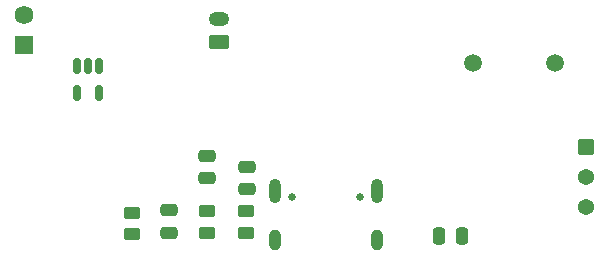
<source format=gbr>
%TF.GenerationSoftware,KiCad,Pcbnew,7.0.7*%
%TF.CreationDate,2024-01-23T19:19:35-06:00*%
%TF.ProjectId,Md-rev-1,4d642d72-6576-42d3-912e-6b696361645f,rev?*%
%TF.SameCoordinates,Original*%
%TF.FileFunction,Soldermask,Bot*%
%TF.FilePolarity,Negative*%
%FSLAX46Y46*%
G04 Gerber Fmt 4.6, Leading zero omitted, Abs format (unit mm)*
G04 Created by KiCad (PCBNEW 7.0.7) date 2024-01-23 19:19:35*
%MOMM*%
%LPD*%
G01*
G04 APERTURE LIST*
G04 Aperture macros list*
%AMRoundRect*
0 Rectangle with rounded corners*
0 $1 Rounding radius*
0 $2 $3 $4 $5 $6 $7 $8 $9 X,Y pos of 4 corners*
0 Add a 4 corners polygon primitive as box body*
4,1,4,$2,$3,$4,$5,$6,$7,$8,$9,$2,$3,0*
0 Add four circle primitives for the rounded corners*
1,1,$1+$1,$2,$3*
1,1,$1+$1,$4,$5*
1,1,$1+$1,$6,$7*
1,1,$1+$1,$8,$9*
0 Add four rect primitives between the rounded corners*
20,1,$1+$1,$2,$3,$4,$5,0*
20,1,$1+$1,$4,$5,$6,$7,0*
20,1,$1+$1,$6,$7,$8,$9,0*
20,1,$1+$1,$8,$9,$2,$3,0*%
G04 Aperture macros list end*
%ADD10C,1.364000*%
%ADD11RoundRect,0.102000X-0.580000X0.580000X-0.580000X-0.580000X0.580000X-0.580000X0.580000X0.580000X0*%
%ADD12RoundRect,0.102000X-0.689000X-0.689000X0.689000X-0.689000X0.689000X0.689000X-0.689000X0.689000X0*%
%ADD13C,1.582000*%
%ADD14O,1.750000X1.200000*%
%ADD15RoundRect,0.250000X0.625000X-0.350000X0.625000X0.350000X-0.625000X0.350000X-0.625000X-0.350000X0*%
%ADD16C,1.500000*%
%ADD17C,0.650000*%
%ADD18O,1.000000X2.100000*%
%ADD19O,1.000000X1.800000*%
%ADD20RoundRect,0.250000X-0.475000X0.250000X-0.475000X-0.250000X0.475000X-0.250000X0.475000X0.250000X0*%
%ADD21RoundRect,0.250000X0.450000X-0.262500X0.450000X0.262500X-0.450000X0.262500X-0.450000X-0.262500X0*%
%ADD22RoundRect,0.250000X-0.450000X0.262500X-0.450000X-0.262500X0.450000X-0.262500X0.450000X0.262500X0*%
%ADD23RoundRect,0.150000X-0.150000X0.512500X-0.150000X-0.512500X0.150000X-0.512500X0.150000X0.512500X0*%
%ADD24RoundRect,0.250000X0.475000X-0.250000X0.475000X0.250000X-0.475000X0.250000X-0.475000X-0.250000X0*%
%ADD25RoundRect,0.250000X-0.250000X-0.475000X0.250000X-0.475000X0.250000X0.475000X-0.250000X0.475000X0*%
G04 APERTURE END LIST*
D10*
%TO.C,*%
X178960000Y-121480000D03*
%TD*%
%TO.C,*%
X178960000Y-118940000D03*
%TD*%
D11*
%TO.C,*%
X178960000Y-116400000D03*
%TD*%
D12*
%TO.C,*%
X131330000Y-107790000D03*
%TD*%
D13*
%TO.C,*%
X131330000Y-105250000D03*
%TD*%
D14*
%TO.C,*%
X147870000Y-105530000D03*
%TD*%
D15*
%TO.C,*%
X147870000Y-107530000D03*
%TD*%
D16*
%TO.C,J2*%
X176340000Y-109320000D03*
X169340000Y-109320000D03*
%TD*%
D17*
%TO.C,J1*%
X154020000Y-120620000D03*
X159800000Y-120620000D03*
D18*
X152590000Y-120120000D03*
D19*
X152590000Y-124300000D03*
D18*
X161230000Y-120120000D03*
D19*
X161230000Y-124300000D03*
%TD*%
D20*
%TO.C,C3*%
X143635000Y-121780000D03*
X143635000Y-123680000D03*
%TD*%
D21*
%TO.C,R5*%
X146800000Y-123655000D03*
X146800000Y-121830000D03*
%TD*%
D22*
%TO.C,R2*%
X150180000Y-121830000D03*
X150180000Y-123655000D03*
%TD*%
D23*
%TO.C,U1*%
X135820000Y-109570000D03*
X136770000Y-109570000D03*
X137720000Y-109570000D03*
X137720000Y-111845000D03*
X135820000Y-111845000D03*
%TD*%
D20*
%TO.C,C2*%
X150230000Y-118100000D03*
X150230000Y-120000000D03*
%TD*%
D24*
%TO.C,C4*%
X146800000Y-119030000D03*
X146800000Y-117130000D03*
%TD*%
D25*
%TO.C,C7*%
X166520000Y-123980000D03*
X168420000Y-123980000D03*
%TD*%
D22*
%TO.C,R1*%
X140470000Y-121967500D03*
X140470000Y-123792500D03*
%TD*%
M02*

</source>
